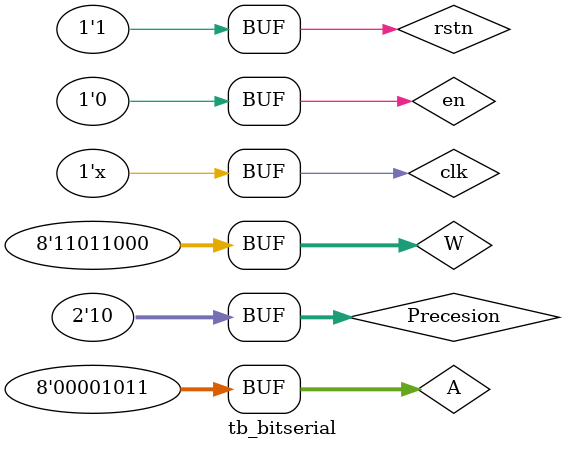
<source format=v>
module MAC_Unit(
    input [7:0] Activation, weight,
    input clk, rstn, en,
    input [1:0] ReducePrecLevel,
    output reg [2:0] count,
    output Win,
    output [7:0] WA,
    output done
    );
    
    // counter
    // reg [2:0] count;
    always @(posedge clk, negedge rstn) begin
        if (rstn == 0)
            count = 0;
        else if (en == 1) begin
            count = count + 1;
        end
    end

    // done = 1 whenever count == multiple of precision bits
    assign done = count[0] & ((count[1]&ReducePrecLevel[0])|(count[2]&count[1])|(ReducePrecLevel[1]&~ReducePrecLevel[0]));

    // calculate weight bit * Activation
    // wire Win = weight[count];
    assign Win = weight[count];
    // wire [7:0] WA;
    genvar i;
    for (i=0; i<8; i=i+1) begin
        and(WA[i], Activation[i], Win);
    end

endmodule

module tb_bitserial();
    reg [7:0] A, W;
    reg clk, rstn, en;
    reg [1:0] Precesion;
    wire [2:0] count;
    wire win;
    wire [7:0] WA;
    wire done;

    MAC_Unit MAC (A, W, clk, rstn, en, Precesion, count, win, WA, done);

    initial begin
        #0  clk = 0; rstn = 0; en = 0; Precesion = 2'b00; A = 0; W = 0;
        #10 rstn = 1;
        #5  A = 8'b00001011; W = 8'b00001001;
        #5  en = 1;
        #5  
        #70 W = 8'b01010101;
        #80 W = 8'b10101010;
        #85 en = 0; Precesion = 2'b01; W = 8'b11011000;
        #5  en = 1;
        #75 en = 0; Precesion = 2'b10;
        #5  en = 1;
        #75 en = 0;
    end

    always #5 clk = ~clk;

endmodule

</source>
